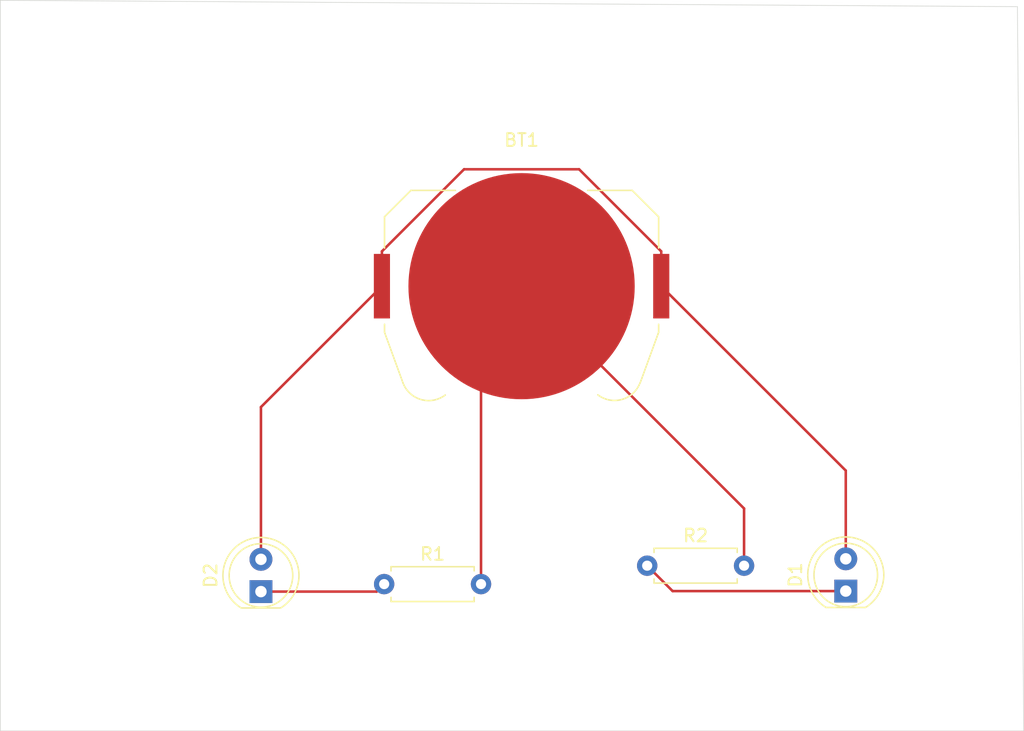
<source format=kicad_pcb>
(kicad_pcb (version 20241229) (generator "pcbnew") (generator_version "9.0")
  (layers (0 "F.Cu" signal) (2 "B.Cu" signal) (13 "F.Paste" user) (15 "B.Paste" user) (5 "F.SilkS" user "F.Silkscreen") (7 "B.SilkS" user "B.Silkscreen") (1 "F.Mask" user) (3 "B.Mask" user) (25 "Edge.Cuts" user))
  (net 0 "")
  (net 1 "Net-(BT1-+)")
  (net 2 "Net-(BT1--)")
  (net 3 "Net-(D1-K)")
  (net 4 "Net-(D2-K)")
  (footprint "Resistor_THT:R_Axial_DIN0207_L6.3mm_D2.5mm_P7.62mm_Horizontal" (layer "F.Cu") (at 126.38 104)
    (property "Reference" "R2" (at 3.81 -2.37 0) (layer "F.SilkS"))
    (property "Value" "R")
    (fp_line (start 0.54 -1.37) (end 7.08 -1.37) (stroke (width 0.12)) (layer "F.SilkS"))
    (fp_line (start 0.54 -1.04) (end 0.54 -1.37) (stroke (width 0.12)) (layer "F.SilkS"))
    (fp_line (start 0.54 1.04) (end 0.54 1.37) (stroke (width 0.12)) (layer "F.SilkS"))
    (fp_line (start 0.54 1.37) (end 7.08 1.37) (stroke (width 0.12)) (layer "F.SilkS"))
    (fp_line (start 7.08 -1.37) (end 7.08 -1.04) (stroke (width 0.12)) (layer "F.SilkS"))
    (fp_line (start 7.08 1.37) (end 7.08 1.04) (stroke (width 0.12)) (layer "F.SilkS"))
    (pad "1" thru_hole circle (at 0 0) (size 1.6 1.6) (drill 0.8) (layers "*.Cu" "*.Mask") (net 3 "Net-(D1-K)"))
    (pad "2" thru_hole circle (at 7.62 0) (size 1.6 1.6) (drill 0.8) (layers "*.Cu" "*.Mask") (net 2 "Net-(BT1--)"))
  )
  (footprint "Resistor_THT:R_Axial_DIN0207_L6.3mm_D2.5mm_P7.62mm_Horizontal" (layer "F.Cu") (at 105.69 105.45)
    (property "Reference" "R1" (at 3.81 -2.37 0) (layer "F.SilkS"))
    (property "Value" "R")
    (fp_line (start 0.54 -1.37) (end 7.08 -1.37) (stroke (width 0.12)) (layer "F.SilkS"))
    (fp_line (start 0.54 -1.04) (end 0.54 -1.37) (stroke (width 0.12)) (layer "F.SilkS"))
    (fp_line (start 0.54 1.04) (end 0.54 1.37) (stroke (width 0.12)) (layer "F.SilkS"))
    (fp_line (start 0.54 1.37) (end 7.08 1.37) (stroke (width 0.12)) (layer "F.SilkS"))
    (fp_line (start 7.08 -1.37) (end 7.08 -1.04) (stroke (width 0.12)) (layer "F.SilkS"))
    (fp_line (start 7.08 1.37) (end 7.08 1.04) (stroke (width 0.12)) (layer "F.SilkS"))
    (pad "1" thru_hole circle (at 0 0) (size 1.6 1.6) (drill 0.8) (layers "*.Cu" "*.Mask") (net 4 "Net-(D2-K)"))
    (pad "2" thru_hole circle (at 7.62 0) (size 1.6 1.6) (drill 0.8) (layers "*.Cu" "*.Mask") (net 2 "Net-(BT1--)"))
  )
  (footprint "LED_THT:LED_D5.0mm" (layer "F.Cu") (at 96 106.04 90)
    (property "Reference" "D2" (at 1.27 -3.96 90) (layer "F.SilkS"))
    (property "Value" "LED")
    (fp_line (start -1.29 -1.545) (end -1.29 1.545) (stroke (width 0.12)) (layer "F.SilkS"))
    (fp_arc (start -1.29 -1.54483) (mid 2.071779 -2.880495) (end 4.26 0) (stroke (width 0.12)) (layer "F.SilkS"))
    (fp_arc (start 4.26 0) (mid 2.071779 2.880495) (end -1.29 1.54483) (stroke (width 0.12)) (layer "F.SilkS"))
    (fp_circle (center 1.27 0) (end 3.77 0) (stroke (width 0.12)) (fill no) (layer "F.SilkS"))
    (pad "1" thru_hole rect (at 0 0 90) (size 1.8 1.8) (drill 0.9) (layers "*.Cu" "*.Mask") (net 4 "Net-(D2-K)"))
    (pad "2" thru_hole circle (at 2.54 0 90) (size 1.8 1.8) (drill 0.9) (layers "*.Cu" "*.Mask") (net 1 "Net-(BT1-+)"))
  )
  (footprint "Battery:BatteryHolder_Keystone_3034_1x20mm" (layer "F.Cu") (at 116.5 82)
    (property "Reference" "BT1" (at 0 -11.5 0) (layer "F.SilkS"))
    (property "Value" "Battery_Cell")
    (fp_line (start -10.78 -5.46) (end -10.78 -3) (stroke (width 0.12)) (layer "F.SilkS"))
    (fp_line (start -10.78 3) (end -10.78 3.63) (stroke (width 0.12)) (layer "F.SilkS"))
    (fp_line (start -10.78 3.63) (end -9.34 7.58) (stroke (width 0.12)) (layer "F.SilkS"))
    (fp_line (start -8.7 -7.54) (end -10.78 -5.46) (stroke (width 0.12)) (layer "F.SilkS"))
    (fp_line (start -5.2 -7.54) (end -8.7 -7.54) (stroke (width 0.12)) (layer "F.SilkS"))
    (fp_line (start 8.7 -7.54) (end 5.2 -7.54) (stroke (width 0.12)) (layer "F.SilkS"))
    (fp_line (start 8.7 -7.54) (end 10.78 -5.46) (stroke (width 0.12)) (layer "F.SilkS"))
    (fp_line (start 10.78 -5.46) (end 10.78 -3) (stroke (width 0.12)) (layer "F.SilkS"))
    (fp_line (start 10.78 3) (end 10.78 3.63) (stroke (width 0.12)) (layer "F.SilkS"))
    (fp_line (start 10.78 3.63) (end 9.34 7.58) (stroke (width 0.12)) (layer "F.SilkS"))
    (fp_arc (start -6.003354 8.56653) (mid -7.921654 8.918738) (end -9.34 7.58) (stroke (width 0.12)) (layer "F.SilkS"))
    (fp_arc (start 9.325243 7.588169) (mid 7.90634 8.911668) (end 6 8.55) (stroke (width 0.12)) (layer "F.SilkS"))
    (pad "1" smd rect (at -10.985 0) (size 1.27 5.08) (layers "F.Cu" "F.Mask" "F.Paste") (net 1 "Net-(BT1-+)"))
    (pad "1" smd rect (at 10.985 0) (size 1.27 5.08) (layers "F.Cu" "F.Mask" "F.Paste") (net 1 "Net-(BT1-+)"))
    (pad "2" smd circle (at 0 0) (size 17.8 17.8) (layers "F.Cu" "F.Mask") (net 2 "Net-(BT1--)"))
  )
  (footprint "LED_THT:LED_D5.0mm" (layer "F.Cu") (at 142 106 90)
    (property "Reference" "D1" (at 1.27 -3.96 90) (layer "F.SilkS"))
    (property "Value" "LED")
    (fp_line (start -1.29 -1.545) (end -1.29 1.545) (stroke (width 0.12)) (layer "F.SilkS"))
    (fp_arc (start -1.29 -1.54483) (mid 2.071779 -2.880495) (end 4.26 0) (stroke (width 0.12)) (layer "F.SilkS"))
    (fp_arc (start 4.26 0) (mid 2.071779 2.880495) (end -1.29 1.54483) (stroke (width 0.12)) (layer "F.SilkS"))
    (fp_circle (center 1.27 0) (end 3.77 0) (stroke (width 0.12)) (fill no) (layer "F.SilkS"))
    (pad "1" thru_hole rect (at 0 0 90) (size 1.8 1.8) (drill 0.9) (layers "*.Cu" "*.Mask") (net 3 "Net-(D1-K)"))
    (pad "2" thru_hole circle (at 2.54 0 90) (size 1.8 1.8) (drill 0.9) (layers "*.Cu" "*.Mask") (net 1 "Net-(BT1-+)"))
  )
  (gr_line (start 75.5 59.5) (end 75.5 117) (stroke (width 0.05)) (layer "Edge.Cuts"))
  (gr_line (start 155.5 60) (end 75.5 59.5) (stroke (width 0.05)) (layer "Edge.Cuts"))
  (gr_line (start 75.5 117) (end 156 117) (stroke (width 0.05)) (layer "Edge.Cuts"))
  (gr_line (start 155.5 60) (end 156 117) (stroke (width 0.05)) (layer "Edge.Cuts"))
  (segment (start 111.976 72.799) (end 121.024 72.799) (width 0.2) (layer "F.Cu") (net 1))
  (segment (start 105.515 82) (end 105.515 79.26) (width 0.2) (layer "F.Cu") (net 1))
  (segment (start 105.515 79.26) (end 111.976 72.799) (width 0.2) (layer "F.Cu") (net 1))
  (segment (start 121.024 72.799) (end 127.485 79.26) (width 0.2) (layer "F.Cu") (net 1))
  (segment (start 127.485 79.26) (end 127.485 82) (width 0.2) (layer "F.Cu") (net 1))
  (segment (start 96 103.5) (end 96 91.515) (width 0.2) (layer "F.Cu") (net 1))
  (segment (start 142 96.515) (end 127.485 82) (width 0.2) (layer "F.Cu") (net 1))
  (segment (start 96 91.515) (end 105.515 82) (width 0.2) (layer "F.Cu") (net 1))
  (segment (start 142 103.46) (end 142 96.515) (width 0.2) (layer "F.Cu") (net 1))
  (segment (start 113.31 105.45) (end 113.31 85.19) (width 0.2) (layer "F.Cu") (net 2))
  (segment (start 134 99.5) (end 116.5 82) (width 0.2) (layer "F.Cu") (net 2))
  (segment (start 134 104) (end 134 99.5) (width 0.2) (layer "F.Cu") (net 2))
  (segment (start 113.31 85.19) (end 116.5 82) (width 0.2) (layer "F.Cu") (net 2))
  (segment (start 142 106) (end 128.38 106) (width 0.2) (layer "F.Cu") (net 3))
  (segment (start 128.38 106) (end 126.38 104) (width 0.2) (layer "F.Cu") (net 3))
  (segment (start 105.1 106.04) (end 105.69 105.45) (width 0.2) (layer "F.Cu") (net 4))
  (segment (start 96 106.04) (end 105.1 106.04) (width 0.2) (layer "F.Cu") (net 4))
)
</source>
